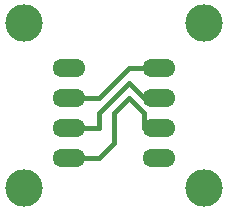
<source format=gbr>
G04 DesignSpark PCB Gerber Version 9.0 Build 5138 *
G04 #@! TF.Part,Single*
G04 #@! TF.FileFunction,Copper,L2,Bot *
G04 #@! TF.FilePolarity,Positive *
%FSLAX35Y35*%
%MOIN*%
%ADD76C,0.01500*%
G04 #@! TA.AperFunction,ComponentPad*
%ADD78O,0.11000X0.06000*%
G04 #@! TA.AperFunction,WasherPad*
%ADD77C,0.12500*%
X0Y0D02*
D02*
D76*
X55250Y30250D02*
X50250D01*
Y35250*
X45250Y40250*
X40250Y35250*
Y25250*
X35250Y20250*
X25250*
X55250Y40250D02*
X50250D01*
X45250Y45250*
X35250Y35250*
Y30250*
X25250*
X55250Y50250D02*
X45250D01*
X35250Y40250*
X25250*
D02*
D77*
X10250Y10250D03*
Y65250D03*
X70250Y10250D03*
Y65250D03*
D02*
D78*
X25250Y20250D03*
Y30250D03*
Y40250D03*
Y50250D03*
X55250Y20250D03*
Y30250D03*
Y40250D03*
Y50250D03*
X0Y0D02*
M02*

</source>
